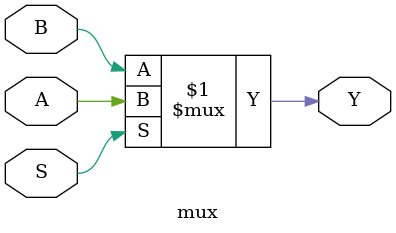
<source format=v>
module mux(Y,A,B,S);
output Y;
input A,B,S;
assign Y = S[0]? A:B;
endmodule
</source>
